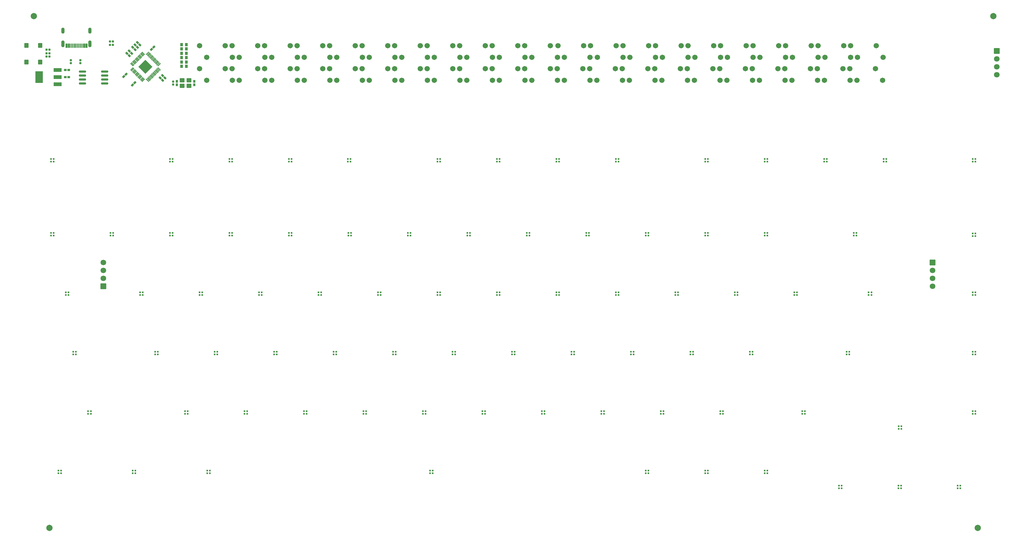
<source format=gts>
G04 Layer: TopSolderMaskLayer*
G04 EasyEDA Pro v2.2.36.7, 2025-02-27 19:51:26*
G04 Gerber Generator version 0.3*
G04 Scale: 100 percent, Rotated: No, Reflected: No*
G04 Dimensions in millimeters*
G04 Leading zeros omitted, absolute positions, 4 integers and 5 decimals*
G04 Panelize: V-CUT, Column: 1, Row: 1, Board Size: 327.343mm x 158.09mm, Panelized Board Size: 327.343mm x 170.091mm, Panelized Method: Only Board Outline*
%FSLAX45Y45*%
%MOMM*%
%AMRoundRect*1,1,$1,$2,$3*1,1,$1,$4,$5*1,1,$1,0-$2,0-$3*1,1,$1,0-$4,0-$5*20,1,$1,$2,$3,$4,$5,0*20,1,$1,$4,$5,0-$2,0-$3,0*20,1,$1,0-$2,0-$3,0-$4,0-$5,0*20,1,$1,0-$4,0-$5,$2,$3,0*4,1,4,$2,$3,$4,$5,0-$2,0-$3,0-$4,0-$5,$2,$3,0*%
%ADD10C,2.0*%
%ADD11RoundRect,0.07502X-0.4773X-0.3182X0.3182X0.4773*%
%ADD12RoundRect,0.07502X0.3182X-0.4773X-0.4773X0.3182*%
%ADD13RoundRect,0.07502X0.4773X0.3182X-0.3182X-0.4773*%
%ADD14RoundRect,0.07502X-0.3182X0.4773X0.4773X-0.3182*%
%ADD15RoundRect,0.1080X-2.19417X0.0X0.0X2.19417*%
%ADD16RoundRect,0.09699X-2.19417X0.0X0.0X2.19417*%
%ADD17RoundRect,0.09368X-1.25396X0.55396X1.25396X0.55396*%
%ADD18RoundRect,0.09754X-1.17203X1.80203X1.17203X1.80203*%
%ADD19O,2.35161X0.7316*%
%ADD20RoundRect,0.0944X-0.6186X0.6836X0.6186X0.6836*%
%ADD21C,1.7016*%
%ADD22RoundRect,0.09138X0.40835X-0.43712X-0.40835X-0.43712*%
%ADD23RoundRect,0.08771X-0.48008X-0.08842X0.08842X0.48008*%
%ADD24RoundRect,0.08771X-0.08842X0.48008X0.48008X-0.08842*%
%ADD25RoundRect,0.08771X0.08842X-0.48008X-0.48008X0.08842*%
%ADD26RoundRect,0.08771X0.28977X-0.27695X-0.28977X-0.27695*%
%ADD27RoundRect,0.08771X-0.28977X0.27695X0.28977X0.27695*%
%ADD28RoundRect,0.08771X-0.27695X-0.40199X-0.27695X0.40199*%
%ADD29RoundRect,0.09424X0.70368X-0.60368X-0.70368X-0.60368*%
%ADD30RoundRect,0.08771X0.27695X0.28977X0.27695X-0.28977*%
%ADD31RoundRect,0.08771X0.40199X-0.27695X-0.40199X-0.27695*%
%ADD32RoundRect,0.09618X-0.85271X-0.85271X-0.85271X0.85271*%
%ADD33C,1.8016*%
%ADD34RoundRect,0.09618X0.85271X0.85271X0.85271X-0.85271*%
%ADD35RoundRect,0.08771X-0.27695X-0.28977X-0.27695X0.28977*%
%ADD36RoundRect,0.08752X0.30625X-0.62625X-0.30625X-0.62625*%
%ADD37RoundRect,0.08002X0.16X-0.63001X-0.16X-0.63001*%
%ADD38O,1.10002X2.20002*%
%ADD39O,1.10002X1.90002*%
%ADD40RoundRect,0.0858X-0.23291X0.23291X0.23291X0.23291*%
%ADD41RoundRect,0.0858X0.23291X-0.23291X-0.23291X-0.23291*%
G75*


G04 Panelize Start*
G54D10*
G01X360781Y15528341D03*
G01X31094945Y15528341D03*
G01X860781Y-880729D03*
G01X30594945Y-880729D03*
G04 Panelize End*

G04 Pad Start*
G54D11*
G01X3502122Y13836910D03*
G01X3530410Y13808622D03*
G01X3558698Y13780334D03*
G01X3586985Y13752046D03*
G01X3615255Y13723776D03*
G01X3643543Y13695489D03*
G01X3671831Y13667201D03*
G01X3700119Y13638913D03*
G01X3728407Y13610625D03*
G01X3756676Y13582355D03*
G01X3784964Y13554068D03*
G01X3813252Y13525780D03*
G01X3841540Y13497492D03*
G01X3869828Y13469204D03*
G54D12*
G01X4004190Y13469222D03*
G01X4032460Y13497492D03*
G01X4060748Y13525780D03*
G01X4089036Y13554068D03*
G01X4117323Y13582355D03*
G01X4145611Y13610643D03*
G01X4173881Y13638913D03*
G01X4202169Y13667201D03*
G01X4230457Y13695489D03*
G01X4258745Y13723776D03*
G01X4287032Y13752064D03*
G01X4315302Y13780334D03*
G01X4343590Y13808622D03*
G01X4371878Y13836910D03*
G54D13*
G01X4371896Y13971272D03*
G01X4343608Y13999560D03*
G01X4315320Y14027848D03*
G01X4287032Y14056136D03*
G01X4258745Y14084424D03*
G01X4230475Y14112693D03*
G01X4202187Y14140981D03*
G01X4173899Y14169269D03*
G01X4145611Y14197557D03*
G01X4117323Y14225845D03*
G01X4089054Y14254114D03*
G01X4060766Y14282402D03*
G01X4032478Y14310690D03*
G01X4004190Y14338978D03*
G54D14*
G01X3869828Y14338960D03*
G01X3841540Y14310672D03*
G01X3813252Y14282384D03*
G01X3784982Y14254114D03*
G01X3756694Y14225827D03*
G01X3728407Y14197539D03*
G01X3700119Y14169251D03*
G01X3671831Y14140963D03*
G01X3643561Y14112693D03*
G01X3615273Y14084406D03*
G01X3586985Y14056118D03*
G01X3558698Y14027830D03*
G01X3530410Y13999542D03*
G01X3502140Y13971272D03*
G54D16*
G01X3937000Y13904100D03*
G54D17*
G01X1122495Y13343903D03*
G01X1122495Y13573900D03*
G01X1122495Y13803897D03*
G54D18*
G01X528503Y13573900D03*
G54D19*
G01X2626309Y13370700D03*
G01X2626309Y13497700D03*
G01X2626309Y13624700D03*
G01X2626309Y13751700D03*
G01X1920291Y13370700D03*
G01X1920291Y13497700D03*
G01X1920291Y13624700D03*
G01X1920291Y13751700D03*
G54D20*
G01X124409Y14056500D03*
G01X561391Y14056500D03*
G01X124409Y14589900D03*
G01X561391Y14589900D03*
G54D21*
G01X6493304Y14577202D03*
G01X5673291Y14577202D03*
G01X7534704Y13840602D03*
G01X6714691Y13840602D03*
G01X9617504Y14577202D03*
G01X8797491Y14577202D03*
G01X10658904Y13840602D03*
G01X9838891Y13840602D03*
G01X12741704Y14577202D03*
G01X11921691Y14577202D03*
G01X13783104Y13840602D03*
G01X12963091Y13840602D03*
G01X15865904Y14577202D03*
G01X15045891Y14577202D03*
G01X16907304Y13840602D03*
G01X16087291Y13840602D03*
G01X19015504Y14577202D03*
G01X18195491Y14577202D03*
G01X20031504Y13840602D03*
G01X19211491Y13840602D03*
G01X21301504Y13472302D03*
G01X20481491Y13472302D03*
G01X23397004Y14208902D03*
G01X22576991Y14208902D03*
G01X24425704Y13472302D03*
G01X23605691Y13472302D03*
G01X6721904Y14208902D03*
G01X5901891Y14208902D03*
G01X7763304Y13472302D03*
G01X6943291Y13472302D03*
G01X9846104Y14208902D03*
G01X9026091Y14208902D03*
G01X10887504Y13472302D03*
G01X10067491Y13472302D03*
G01X12970304Y14208902D03*
G01X12150291Y14208902D03*
G01X14011704Y13472302D03*
G01X13191691Y13472302D03*
G01X16094504Y14208902D03*
G01X15274491Y14208902D03*
G01X17135904Y13472302D03*
G01X16315891Y13472302D03*
G01X19231404Y14208902D03*
G01X18411391Y14208902D03*
G01X20260104Y13472302D03*
G01X19440091Y13472302D03*
G01X22139704Y14577202D03*
G01X21319691Y14577202D03*
G01X23155704Y13840602D03*
G01X22335691Y13840602D03*
G01X25263904Y14577202D03*
G01X24443891Y14577202D03*
G01X26521204Y14208902D03*
G01X25701191Y14208902D03*
G01X6493304Y13840602D03*
G01X5673291Y13840602D03*
G01X8576104Y14577202D03*
G01X7756091Y14577202D03*
G01X9617504Y13840602D03*
G01X8797491Y13840602D03*
G01X11700304Y14577202D03*
G01X10880291Y14577202D03*
G01X12741704Y13840602D03*
G01X11921691Y13840602D03*
G01X14824504Y14577202D03*
G01X14004491Y14577202D03*
G01X15865904Y13840602D03*
G01X15045891Y13840602D03*
G01X17974104Y14577202D03*
G01X17154091Y14577202D03*
G01X18990104Y13840602D03*
G01X18170091Y13840602D03*
G01X21098304Y14577202D03*
G01X20278291Y14577202D03*
G01X22355604Y14208902D03*
G01X21535591Y14208902D03*
G01X23384304Y13472302D03*
G01X22564291Y13472302D03*
G01X25479804Y14208902D03*
G01X24659791Y14208902D03*
G01X26279904Y13840602D03*
G01X25459891Y13840602D03*
G01X6721904Y13472302D03*
G01X5901891Y13472302D03*
G01X8804704Y14208902D03*
G01X7984691Y14208902D03*
G01X9846104Y13472302D03*
G01X9026091Y13472302D03*
G01X11928904Y14208902D03*
G01X11108891Y14208902D03*
G01X12970304Y13472302D03*
G01X12150291Y13472302D03*
G01X15053104Y14208902D03*
G01X14233091Y14208902D03*
G01X16094504Y13472302D03*
G01X15274491Y13472302D03*
G01X18177304Y14208902D03*
G01X17357291Y14208902D03*
G01X19218704Y13472302D03*
G01X18398691Y13472302D03*
G01X21314204Y14208902D03*
G01X20494191Y14208902D03*
G01X22114304Y13840602D03*
G01X21294291Y13840602D03*
G01X24222504Y14577202D03*
G01X23402491Y14577202D03*
G01X25238504Y13840602D03*
G01X24418491Y13840602D03*
G01X26508504Y13472302D03*
G01X25688491Y13472302D03*
G01X7534704Y14577202D03*
G01X6714691Y14577202D03*
G01X8576104Y13840602D03*
G01X7756091Y13840602D03*
G01X10658904Y14577202D03*
G01X9838891Y14577202D03*
G01X11700304Y13840602D03*
G01X10880291Y13840602D03*
G01X13783104Y14577202D03*
G01X12963091Y14577202D03*
G01X14824504Y13840602D03*
G01X14004491Y13840602D03*
G01X16907304Y14577202D03*
G01X16087291Y14577202D03*
G01X17948704Y13840602D03*
G01X17128691Y13840602D03*
G01X20056904Y14577202D03*
G01X19236891Y14577202D03*
G01X21072904Y13840602D03*
G01X20252891Y13840602D03*
G01X22342904Y13472302D03*
G01X21522891Y13472302D03*
G01X24438404Y14208902D03*
G01X23618391Y14208902D03*
G01X25467104Y13472302D03*
G01X24647091Y13472302D03*
G01X27346704Y14577202D03*
G01X26526691Y14577202D03*
G01X7763304Y14208902D03*
G01X6943291Y14208902D03*
G01X8804704Y13472302D03*
G01X7984691Y13472302D03*
G01X10887504Y14208902D03*
G01X10067491Y14208902D03*
G01X11928904Y13472302D03*
G01X11108891Y13472302D03*
G01X14011704Y14208902D03*
G01X13191691Y14208902D03*
G01X15053104Y13472302D03*
G01X14233091Y13472302D03*
G01X17135904Y14208902D03*
G01X16315891Y14208902D03*
G01X23181104Y14577202D03*
G01X22361091Y14577202D03*
G01X24197104Y13840602D03*
G01X23377091Y13840602D03*
G01X26305304Y14577202D03*
G01X25485291Y14577202D03*
G01X27562604Y14208902D03*
G01X26742591Y14208902D03*
G01X18177304Y13472302D03*
G01X17357291Y13472302D03*
G01X20272804Y14208902D03*
G01X19452791Y14208902D03*
G54D22*
G01X5093564Y13916800D03*
G01X5244236Y13916800D03*
G01X5093564Y14056500D03*
G01X5244236Y14056500D03*
G01X5093564Y14196200D03*
G01X5244236Y14196200D03*
G01X5093564Y14335900D03*
G01X5244236Y14335900D03*
G01X5093564Y14475600D03*
G01X5244236Y14475600D03*
G01X5093564Y14615300D03*
G01X5244236Y14615300D03*
G54D23*
G01X4204586Y14539986D03*
G01X4127500Y14462900D03*
G54D24*
G01X3416743Y14259257D03*
G01X3339657Y14336343D03*
G54D25*
G01X4482657Y13625143D03*
G01X4559743Y13548057D03*
G54D26*
G01X2801518Y14602600D03*
G01X2888082Y14602600D03*
G01X2801518Y14716900D03*
G01X2888082Y14716900D03*
G54D25*
G01X3606357Y14603043D03*
G01X3683443Y14525957D03*
G54D24*
G01X3607243Y14449757D03*
G01X3530157Y14526843D03*
G54D26*
G01X769518Y14450200D03*
G01X856082Y14450200D03*
G54D27*
G01X856082Y14335900D03*
G01X769518Y14335900D03*
G54D26*
G01X769518Y14234300D03*
G01X856082Y14234300D03*
G54D28*
G01X4940300Y13437908D03*
G01X4940300Y13328892D03*
G01X5499100Y13437908D03*
G01X5499100Y13328892D03*
G54D29*
G01X5329707Y13470903D03*
G01X5109693Y13470903D03*
G01X5109693Y13295897D03*
G01X5329707Y13295897D03*
G54D30*
G01X4826000Y13340118D03*
G01X4826000Y13426682D03*
G54D31*
G01X1367892Y13573900D03*
G01X1476908Y13573900D03*
G01X1367892Y13802500D03*
G01X1476908Y13802500D03*
G54D24*
G01X3492943Y14335457D03*
G01X3415857Y14412543D03*
G01X3759643Y14602157D03*
G01X3682557Y14679243D03*
G54D23*
G01X3315143Y13663243D03*
G01X3238057Y13586157D03*
G01X3594543Y13396543D03*
G01X3517457Y13319457D03*
G54D25*
G01X4406457Y13548943D03*
G01X4483543Y13471857D03*
G54D32*
G01X2590800Y6870700D03*
G54D33*
G01X2590800Y7124700D03*
G01X2590800Y7378700D03*
G01X2590800Y7632700D03*
G54D34*
G01X31203900Y14412100D03*
G54D33*
G01X31203900Y14158100D03*
G01X31203900Y13904100D03*
G01X31203900Y13650100D03*
G54D34*
G01X29146500Y7632700D03*
G54D33*
G01X29146500Y7378700D03*
G01X29146500Y7124700D03*
G01X29146500Y6870700D03*
G54D35*
G01X1549400Y14112482D03*
G01X1549400Y14025918D03*
G01X1854200Y14112482D03*
G01X1854200Y14025918D03*
G54D36*
G01X1407213Y14580898D03*
G01X1487198Y14580898D03*
G54D37*
G01X1552197Y14580898D03*
G01X1602209Y14580898D03*
G01X1652196Y14580898D03*
G01X1702209Y14580898D03*
G01X1752196Y14580898D03*
G01X1802209Y14580898D03*
G01X1852196Y14580898D03*
G01X1902209Y14580898D03*
G54D36*
G01X1967207Y14580898D03*
G01X2047192Y14580898D03*
G54D38*
G01X2159206Y14642899D03*
G54D39*
G01X2159206Y15060907D03*
G01X1295199Y15060907D03*
G54D38*
G01X1295199Y14642899D03*
G54D40*
G01X1151306Y871906D03*
G01X1236294Y871906D03*
G01X1151306Y956869D03*
G01X1236294Y956894D03*
G54D41*
G01X994994Y10951794D03*
G01X910006Y10951794D03*
G01X994994Y10866831D03*
G01X910006Y10866806D03*
G01X4804994Y10951794D03*
G01X4720006Y10951794D03*
G01X4804994Y10866831D03*
G01X4720006Y10866806D03*
G01X6709994Y10951794D03*
G01X6625006Y10951794D03*
G01X6709994Y10866831D03*
G01X6625006Y10866806D03*
G01X8614994Y10951794D03*
G01X8530006Y10951794D03*
G01X8614994Y10866831D03*
G01X8530006Y10866806D03*
G01X10507294Y10951794D03*
G01X10422306Y10951794D03*
G01X10507294Y10866831D03*
G01X10422306Y10866806D03*
G01X13377494Y10951794D03*
G01X13292506Y10951794D03*
G01X13377494Y10866831D03*
G01X13292506Y10866806D03*
G01X15282494Y10951794D03*
G01X15197506Y10951794D03*
G01X15282494Y10866831D03*
G01X15197506Y10866806D03*
G01X17187494Y10951794D03*
G01X17102506Y10951794D03*
G01X17187494Y10866831D03*
G01X17102506Y10866806D03*
G01X19092494Y10951794D03*
G01X19007506Y10951794D03*
G01X19092494Y10866831D03*
G01X19007506Y10866806D03*
G01X21949994Y10951794D03*
G01X21865006Y10951794D03*
G01X21949994Y10866831D03*
G01X21865006Y10866806D03*
G01X23854994Y10951794D03*
G01X23770006Y10951794D03*
G01X23854994Y10866831D03*
G01X23770006Y10866806D03*
G01X25759994Y10951794D03*
G01X25675006Y10951794D03*
G01X25759994Y10866831D03*
G01X25675006Y10866806D03*
G01X27664994Y10951794D03*
G01X27580006Y10951794D03*
G01X27664994Y10866831D03*
G01X27580006Y10866806D03*
G01X30522494Y10951794D03*
G01X30437506Y10951794D03*
G01X30522494Y10866831D03*
G01X30437506Y10866806D03*
G54D40*
G01X30437506Y8479206D03*
G01X30522494Y8479206D03*
G01X30437506Y8564169D03*
G01X30522494Y8564194D03*
G01X26627506Y8491906D03*
G01X26712494Y8491906D03*
G01X26627506Y8576869D03*
G01X26712494Y8576894D03*
G01X23770006Y8491906D03*
G01X23854994Y8491906D03*
G01X23770006Y8576869D03*
G01X23854994Y8576894D03*
G01X21865006Y8491906D03*
G01X21949994Y8491906D03*
G01X21865006Y8576869D03*
G01X21949994Y8576894D03*
G01X19960006Y8491906D03*
G01X20044994Y8491906D03*
G01X19960006Y8576869D03*
G01X20044994Y8576894D03*
G01X18055006Y8491906D03*
G01X18139994Y8491906D03*
G01X18055006Y8576869D03*
G01X18139994Y8576894D03*
G01X16150006Y8491906D03*
G01X16234994Y8491906D03*
G01X16150006Y8576869D03*
G01X16234994Y8576894D03*
G01X14245006Y8491906D03*
G01X14329994Y8491906D03*
G01X14245006Y8576869D03*
G01X14329994Y8576894D03*
G01X12340006Y8491906D03*
G01X12424994Y8491906D03*
G01X12340006Y8576869D03*
G01X12424994Y8576894D03*
G01X10435006Y8491906D03*
G01X10519994Y8491906D03*
G01X10435006Y8576869D03*
G01X10519994Y8576894D03*
G01X8530006Y8491906D03*
G01X8614994Y8491906D03*
G01X8530006Y8576869D03*
G01X8614994Y8576894D03*
G01X6625006Y8491906D03*
G01X6709994Y8491906D03*
G01X6625006Y8576869D03*
G01X6709994Y8576894D03*
G01X4720006Y8491906D03*
G01X4804994Y8491906D03*
G01X4720006Y8576869D03*
G01X4804994Y8576894D03*
G01X2815006Y8491906D03*
G01X2899994Y8491906D03*
G01X2815006Y8576869D03*
G01X2899994Y8576894D03*
G01X910006Y8491906D03*
G01X994994Y8491906D03*
G01X910006Y8576869D03*
G01X994994Y8576894D03*
G54D41*
G01X1471738Y6671894D03*
G01X1386750Y6671894D03*
G01X1471738Y6586931D03*
G01X1386750Y6586906D03*
G01X3852494Y6671894D03*
G01X3767506Y6671894D03*
G01X3852494Y6586931D03*
G01X3767506Y6586906D03*
G01X5757494Y6671894D03*
G01X5672506Y6671894D03*
G01X5757494Y6586931D03*
G01X5672506Y6586906D03*
G01X7662494Y6671894D03*
G01X7577506Y6671894D03*
G01X7662494Y6586931D03*
G01X7577506Y6586906D03*
G01X9567494Y6671894D03*
G01X9482506Y6671894D03*
G01X9567494Y6586931D03*
G01X9482506Y6586906D03*
G01X11472494Y6671894D03*
G01X11387506Y6671894D03*
G01X11472494Y6586931D03*
G01X11387506Y6586906D03*
G01X13377494Y6671894D03*
G01X13292506Y6671894D03*
G01X13377494Y6586931D03*
G01X13292506Y6586906D03*
G01X15282494Y6671894D03*
G01X15197506Y6671894D03*
G01X15282494Y6586931D03*
G01X15197506Y6586906D03*
G01X17187494Y6671894D03*
G01X17102506Y6671894D03*
G01X17187494Y6586931D03*
G01X17102506Y6586906D03*
G01X19092494Y6671894D03*
G01X19007506Y6671894D03*
G01X19092494Y6586931D03*
G01X19007506Y6586906D03*
G01X20997494Y6671894D03*
G01X20912506Y6671894D03*
G01X20997494Y6586931D03*
G01X20912506Y6586906D03*
G01X22902494Y6671894D03*
G01X22817506Y6671894D03*
G01X22902494Y6586931D03*
G01X22817506Y6586906D03*
G01X24807494Y6671894D03*
G01X24722506Y6671894D03*
G01X24807494Y6586931D03*
G01X24722506Y6586906D03*
G01X27187325Y6671894D03*
G01X27102337Y6671894D03*
G01X27187325Y6586931D03*
G01X27102337Y6586906D03*
G01X30522494Y6671894D03*
G01X30437506Y6671894D03*
G01X30522494Y6586931D03*
G01X30437506Y6586906D03*
G54D40*
G01X30437506Y4681906D03*
G01X30522494Y4681906D03*
G01X30437506Y4766869D03*
G01X30522494Y4766894D03*
G01X26395560Y4681906D03*
G01X26480548Y4681906D03*
G01X26395560Y4766869D03*
G01X26480548Y4766894D03*
G01X23300106Y4681906D03*
G01X23385094Y4681906D03*
G01X23300106Y4766869D03*
G01X23385094Y4766894D03*
G01X21395106Y4681906D03*
G01X21480094Y4681906D03*
G01X21395106Y4766869D03*
G01X21480094Y4766894D03*
G01X19490106Y4681906D03*
G01X19575094Y4681906D03*
G01X19490106Y4766869D03*
G01X19575094Y4766894D03*
G01X17585106Y4681906D03*
G01X17670094Y4681906D03*
G01X17585106Y4766869D03*
G01X17670094Y4766894D03*
G01X15680106Y4681906D03*
G01X15765094Y4681906D03*
G01X15680106Y4766869D03*
G01X15765094Y4766894D03*
G01X13775106Y4681906D03*
G01X13860094Y4681906D03*
G01X13775106Y4766869D03*
G01X13860094Y4766894D03*
G01X11870106Y4681906D03*
G01X11955094Y4681906D03*
G01X11870106Y4766869D03*
G01X11955094Y4766894D03*
G01X9965106Y4681906D03*
G01X10050094Y4681906D03*
G01X9965106Y4766869D03*
G01X10050094Y4766894D03*
G01X8060106Y4681906D03*
G01X8145094Y4681906D03*
G01X8060106Y4766869D03*
G01X8145094Y4766894D03*
G01X6155106Y4681906D03*
G01X6240094Y4681906D03*
G01X6155106Y4766869D03*
G01X6240094Y4766894D03*
G01X4250106Y4681906D03*
G01X4335094Y4681906D03*
G01X4250106Y4766869D03*
G01X4335094Y4766894D03*
G01X1621206Y4681906D03*
G01X1706194Y4681906D03*
G01X1621206Y4766869D03*
G01X1706194Y4766894D03*
G54D41*
G01X2185448Y2861894D03*
G01X2100460Y2861894D03*
G01X2185448Y2776931D03*
G01X2100460Y2776906D03*
G01X5287594Y2861894D03*
G01X5202606Y2861894D03*
G01X5287594Y2776931D03*
G01X5202606Y2776906D03*
G01X7192594Y2861894D03*
G01X7107606Y2861894D03*
G01X7192594Y2776931D03*
G01X7107606Y2776906D03*
G01X9097594Y2861894D03*
G01X9012606Y2861894D03*
G01X9097594Y2776931D03*
G01X9012606Y2776906D03*
G01X11002594Y2861894D03*
G01X10917606Y2861894D03*
G01X11002594Y2776931D03*
G01X10917606Y2776906D03*
G01X12907594Y2861894D03*
G01X12822606Y2861894D03*
G01X12907594Y2776931D03*
G01X12822606Y2776906D03*
G01X14812594Y2861894D03*
G01X14727606Y2861894D03*
G01X14812594Y2776931D03*
G01X14727606Y2776906D03*
G01X16717594Y2861894D03*
G01X16632606Y2861894D03*
G01X16717594Y2776931D03*
G01X16632606Y2776906D03*
G01X18622594Y2861894D03*
G01X18537606Y2861894D03*
G01X18622594Y2776931D03*
G01X18537606Y2776906D03*
G01X20527594Y2861894D03*
G01X20442606Y2861894D03*
G01X20527594Y2776931D03*
G01X20442606Y2776906D03*
G01X22432594Y2861894D03*
G01X22347606Y2861894D03*
G01X22432594Y2776931D03*
G01X22347606Y2776906D03*
G01X25061494Y2861894D03*
G01X24976506Y2861894D03*
G01X25061494Y2776931D03*
G01X24976506Y2776906D03*
G01X28147594Y2379294D03*
G01X28062606Y2379294D03*
G01X28147594Y2294331D03*
G01X28062606Y2294306D03*
G01X30522494Y2861894D03*
G01X30437506Y2861894D03*
G01X30522494Y2776931D03*
G01X30437506Y2776906D03*
G54D40*
G01X29954906Y389306D03*
G01X30039894Y389306D03*
G01X29954906Y474269D03*
G01X30039894Y474294D03*
G01X28056363Y389306D03*
G01X28141351Y389306D03*
G01X28056363Y474269D03*
G01X28141351Y474294D03*
G01X26151795Y389306D03*
G01X26236783Y389306D03*
G01X26151795Y474269D03*
G01X26236783Y474294D03*
G01X23770006Y871906D03*
G01X23854994Y871906D03*
G01X23770006Y956869D03*
G01X23854994Y956894D03*
G01X21865006Y871906D03*
G01X21949994Y871906D03*
G01X21865006Y956869D03*
G01X21949994Y956894D03*
G01X19960006Y871906D03*
G01X20044994Y871906D03*
G01X19960006Y956869D03*
G01X20044994Y956894D03*
G01X13054376Y871906D03*
G01X13139364Y871906D03*
G01X13054376Y956869D03*
G01X13139364Y956894D03*
G01X5913806Y871906D03*
G01X5998794Y871906D03*
G01X5913806Y956869D03*
G01X5998794Y956894D03*
G01X3526206Y871906D03*
G01X3611194Y871906D03*
G01X3526206Y956869D03*
G01X3611194Y956894D03*
G54D21*
G01X27321307Y13840602D03*
G01X26501293Y13840602D03*
G01X27549904Y13472302D03*
G01X26729891Y13472302D03*
G04 Pad End*

M02*


</source>
